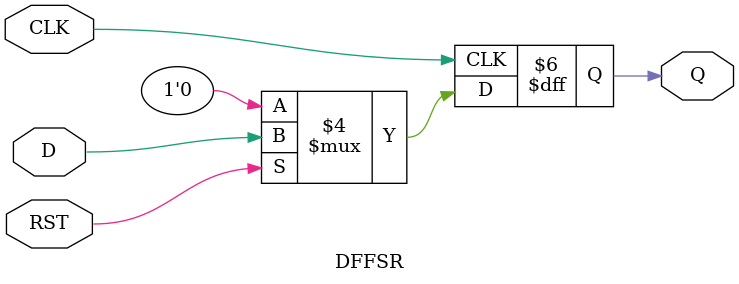
<source format=v>
module DFFSR (
    CLK, RST, D, Q
); // SR: Synchronous Reset
    input CLK; // Clock input
    input RST; // Reset input
    input D; // Data input
    output Q; // Data output
    reg Q; // shows that Q is a reg(register) type

    always @(posedge CLK) begin // posedge: positive edge
        if(!RST) begin // when rst is 0, !rst is 1, so q should be 0
            Q <= 0;
        end
        else begin // when rst is not active && clk is active, q should be d
            Q <= D;
        end
    end
endmodule
</source>
